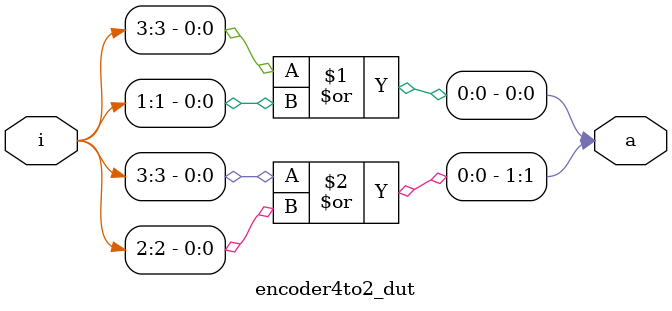
<source format=v>
module encoder4to2_dut (
    i,a
);
    input [3:0]i;
    output [1:0]a;

    assign a[0]=i[3]|i[1];
    assign a[1]=i[3]|i[2];

endmodule

</source>
